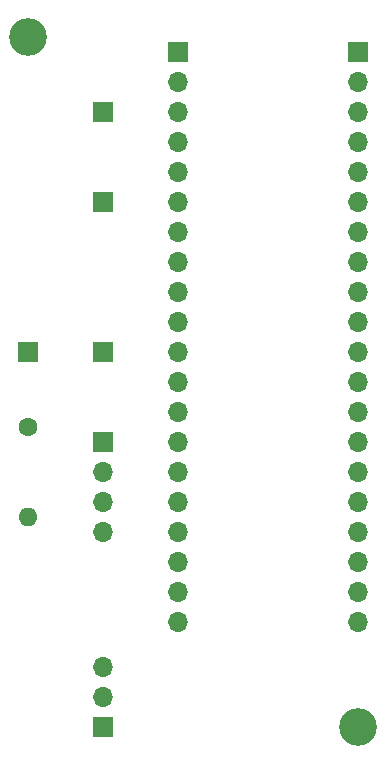
<source format=gbr>
%TF.GenerationSoftware,KiCad,Pcbnew,5.1.10-88a1d61d58~90~ubuntu20.04.1*%
%TF.CreationDate,2021-11-29T14:26:43+09:00*%
%TF.ProjectId,auto-headlight-control-system,6175746f-2d68-4656-9164-6c696768742d,rev?*%
%TF.SameCoordinates,Original*%
%TF.FileFunction,Soldermask,Bot*%
%TF.FilePolarity,Negative*%
%FSLAX46Y46*%
G04 Gerber Fmt 4.6, Leading zero omitted, Abs format (unit mm)*
G04 Created by KiCad (PCBNEW 5.1.10-88a1d61d58~90~ubuntu20.04.1) date 2021-11-29 14:26:43*
%MOMM*%
%LPD*%
G01*
G04 APERTURE LIST*
%ADD10R,1.700000X1.700000*%
%ADD11C,3.200000*%
%ADD12O,1.700000X1.700000*%
%ADD13C,1.600000*%
%ADD14O,1.600000X1.600000*%
G04 APERTURE END LIST*
D10*
%TO.C,D2*%
X138430000Y-64770000D03*
%TD*%
D11*
%TO.C, *%
X166370000Y-96520000D03*
%TD*%
D10*
%TO.C,U3*%
X151130000Y-39370000D03*
D12*
X151130000Y-41910000D03*
X151130000Y-44450000D03*
X151130000Y-46990000D03*
X151130000Y-49530000D03*
X151130000Y-52070000D03*
X151130000Y-54610000D03*
X151130000Y-57150000D03*
X151130000Y-59690000D03*
X151130000Y-62230000D03*
X151130000Y-64770000D03*
X151130000Y-67310000D03*
X151130000Y-69850000D03*
X151130000Y-72390000D03*
X151130000Y-74930000D03*
X151130000Y-77470000D03*
X151130000Y-80010000D03*
X151130000Y-82550000D03*
X151130000Y-85090000D03*
X151130000Y-87630000D03*
%TD*%
D10*
%TO.C,J4*%
X144780000Y-44450000D03*
%TD*%
D13*
%TO.C,R1*%
X138430000Y-71120000D03*
D14*
X138430000Y-78740000D03*
%TD*%
D12*
%TO.C,U4*%
X166370000Y-87630000D03*
X166370000Y-85090000D03*
X166370000Y-82550000D03*
X166370000Y-80010000D03*
X166370000Y-77470000D03*
X166370000Y-74930000D03*
X166370000Y-72390000D03*
X166370000Y-69850000D03*
X166370000Y-67310000D03*
X166370000Y-64770000D03*
X166370000Y-62230000D03*
X166370000Y-59690000D03*
X166370000Y-57150000D03*
X166370000Y-54610000D03*
X166370000Y-52070000D03*
X166370000Y-49530000D03*
X166370000Y-46990000D03*
X166370000Y-44450000D03*
X166370000Y-41910000D03*
D10*
X166370000Y-39370000D03*
%TD*%
%TO.C,J3*%
X144780000Y-52070000D03*
%TD*%
%TO.C,T2*%
X144780000Y-72390000D03*
D12*
X144780000Y-74930000D03*
X144780000Y-77470000D03*
X144780000Y-80010000D03*
%TD*%
D10*
%TO.C,M1*%
X144780000Y-96520000D03*
D12*
X144780000Y-93980000D03*
X144780000Y-91440000D03*
%TD*%
D10*
%TO.C,D1*%
X144780000Y-64770000D03*
%TD*%
D11*
%TO.C, *%
X138430000Y-38100000D03*
%TD*%
M02*

</source>
